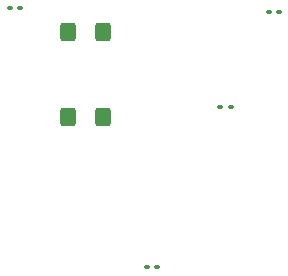
<source format=gtp>
G04 #@! TF.GenerationSoftware,KiCad,Pcbnew,7.0.6*
G04 #@! TF.CreationDate,2023-10-04T20:15:19-05:00*
G04 #@! TF.ProjectId,qvadrans_adapter_board,71766164-7261-46e7-935f-616461707465,rev?*
G04 #@! TF.SameCoordinates,Original*
G04 #@! TF.FileFunction,Paste,Top*
G04 #@! TF.FilePolarity,Positive*
%FSLAX46Y46*%
G04 Gerber Fmt 4.6, Leading zero omitted, Abs format (unit mm)*
G04 Created by KiCad (PCBNEW 7.0.6) date 2023-10-04 20:15:19*
%MOMM*%
%LPD*%
G01*
G04 APERTURE LIST*
G04 Aperture macros list*
%AMRoundRect*
0 Rectangle with rounded corners*
0 $1 Rounding radius*
0 $2 $3 $4 $5 $6 $7 $8 $9 X,Y pos of 4 corners*
0 Add a 4 corners polygon primitive as box body*
4,1,4,$2,$3,$4,$5,$6,$7,$8,$9,$2,$3,0*
0 Add four circle primitives for the rounded corners*
1,1,$1+$1,$2,$3*
1,1,$1+$1,$4,$5*
1,1,$1+$1,$6,$7*
1,1,$1+$1,$8,$9*
0 Add four rect primitives between the rounded corners*
20,1,$1+$1,$2,$3,$4,$5,0*
20,1,$1+$1,$4,$5,$6,$7,0*
20,1,$1+$1,$6,$7,$8,$9,0*
20,1,$1+$1,$8,$9,$2,$3,0*%
G04 Aperture macros list end*
%ADD10RoundRect,0.090000X0.139000X0.090000X-0.139000X0.090000X-0.139000X-0.090000X0.139000X-0.090000X0*%
%ADD11RoundRect,0.090000X-0.139000X-0.090000X0.139000X-0.090000X0.139000X0.090000X-0.139000X0.090000X0*%
%ADD12RoundRect,0.350000X-0.350000X0.450000X-0.350000X-0.450000X0.350000X-0.450000X0.350000X0.450000X0*%
G04 APERTURE END LIST*
D10*
X147007500Y-102725000D03*
X146142500Y-102725000D03*
D11*
X150242500Y-94700000D03*
X151107500Y-94700000D03*
D10*
X129157500Y-94375000D03*
X128292500Y-94375000D03*
X139942500Y-116325000D03*
X140807500Y-116325000D03*
D12*
X133225000Y-96375000D03*
X133225000Y-103575000D03*
X136225000Y-96375000D03*
X136225000Y-103575000D03*
M02*

</source>
